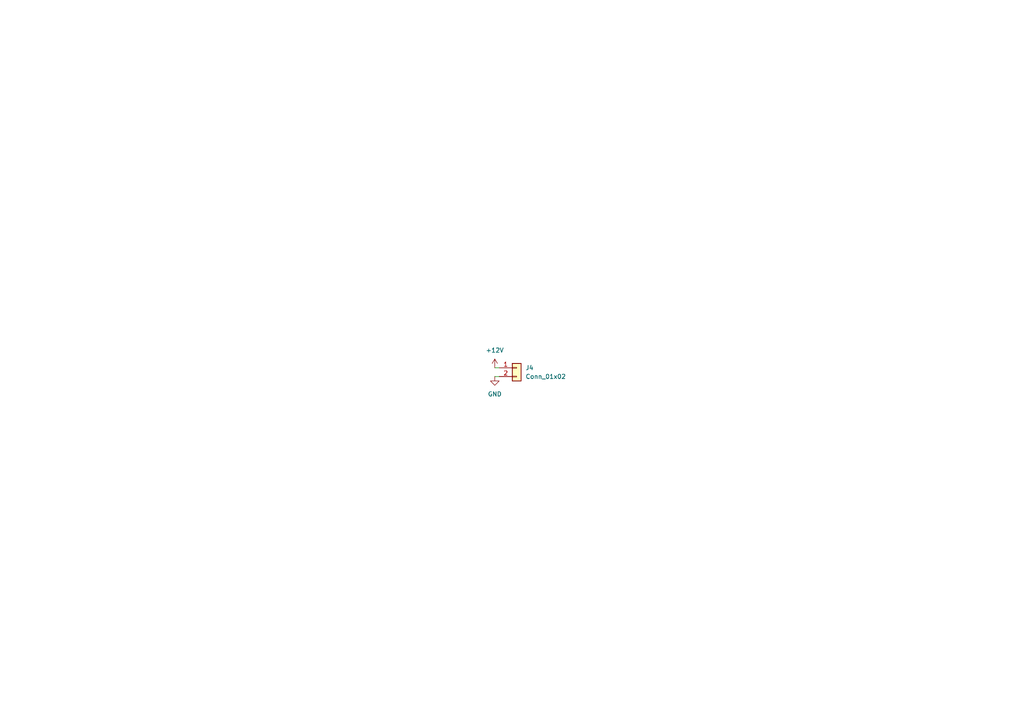
<source format=kicad_sch>
(kicad_sch (version 20250114) (generator "eeschema") (generator_version "9.0")
  (paper "A4")
  (lib_symbols
    (symbol "Connector_Generic:Conn_01x02" (pin_names (offset 1.016) (hide yes))
      (property "Reference" "J" (at 0 2.54 0))
      (property "Value" "Conn_01x02" (at 0 -5.08 0))
      (symbol "Conn_01x02_1_1"
        (rectangle (start -1.27 1.27) (end 1.27 -3.81) (stroke (width 0.254)) (fill (type background)))
        (rectangle (start -1.27 0.127) (end 0 -0.127) (stroke (width 0.1524)))
        (rectangle (start -1.27 -2.413) (end 0 -2.667) (stroke (width 0.1524)))
        (pin passive line (at -5.08 0 0) (length 3.81) (name "Pin_1") (number "1"))
        (pin passive line (at -5.08 -2.54 0) (length 3.81) (name "Pin_2") (number "2"))
      )
    )
    (symbol "power:+12V" (power) (pin_numbers (hide yes)) (pin_names (offset 0) (hide yes))
      (property "Value" "+12V" (at 0 3.556 0))
      (symbol "+12V_0_1"
        (polyline (pts (xy -0.762 1.27) (xy 0 2.54)))
        (polyline (pts (xy 0 2.54) (xy 0.762 1.27)))
        (polyline (pts (xy 0 0) (xy 0 2.54)))
      )
      (symbol "+12V_1_1"
        (pin power_in line (at 0 0 90) (length 0) (name "~") (number "1"))
      )
    )
    (symbol "power:GND" (power) (pin_numbers (hide yes)) (pin_names (offset 0) (hide yes))
      (property "Value" "GND" (at 0 -3.81 0))
      (symbol "GND_0_1"
        (polyline (pts (xy 0 0) (xy 0 -1.27) (xy 1.27 -1.27) (xy 0 -2.54) (xy -1.27 -1.27) (xy 0 -1.27)))
      )
      (symbol "GND_1_1"
        (pin power_in line (at 0 0 270) (length 0) (name "~") (number "1"))
      )
    )
  )
  (wire (pts (xy 143.51 106.68) (xy 144.78 106.68)))
  (wire (pts (xy 143.51 109.22) (xy 144.78 109.22)))
  (symbol (lib_id "Connector_Generic:Conn_01x02") (at 149.86 106.68 0) (unit 1)
    (property "Reference" "J4" (at 152.4 106.6799 0) (effects (justify left)))
    (property "Value" "Conn_01x02" (at 152.4 109.2199 0) (effects (justify left)))
    (property "Footprint" "Connector_JST:JST_EH_B2B-EH-A_1x02_P2.50mm_Vertical" (effects (hide yes)))
    (property "Description" "Generic connector, single row, 01x02, script generated (kicad-library-utils/schlib/autogen/connector/)" (effects (hide yes)))
    (instances (project "PCB_Aquarium2" (path "" (reference "J4") (unit 1)) (path "" (reference "J33") (unit 1)) (path "" (reference "J6") (unit 1)) (path "" (reference "J5") (unit 1))))
  )
  (symbol (lib_id "power:GND") (at 143.51 109.22 0) (unit 1)
    (property "Reference" "#PWR013" (effects (hide yes)))
    (property "Value" "GND" (at 143.51 114.3 0))
    (property "Description" "Power symbol creates a global label with name \"GND\" , ground" (effects (hide yes)))
    (instances (project "PCB_Aquarium2" (path "" (reference "#PWR013") (unit 1)) (path "" (reference "#PWR081") (unit 1)) (path "" (reference "#PWR017") (unit 1)) (path "" (reference "#PWR015") (unit 1))))
  )
  (symbol (lib_id "power:+12V") (at 143.51 106.68 0) (unit 1)
    (property "Reference" "#PWR012" (effects (hide yes)))
    (property "Value" "+12V" (at 143.51 101.6 0))
    (property "Description" "Power symbol creates a global label with name \"+12V\"" (effects (hide yes)))
    (instances (project "PCB_Aquarium2" (path "" (reference "#PWR012") (unit 1)) (path "" (reference "#PWR080") (unit 1)) (path "" (reference "#PWR016") (unit 1)) (path "" (reference "#PWR014") (unit 1))))
  )
)
</source>
